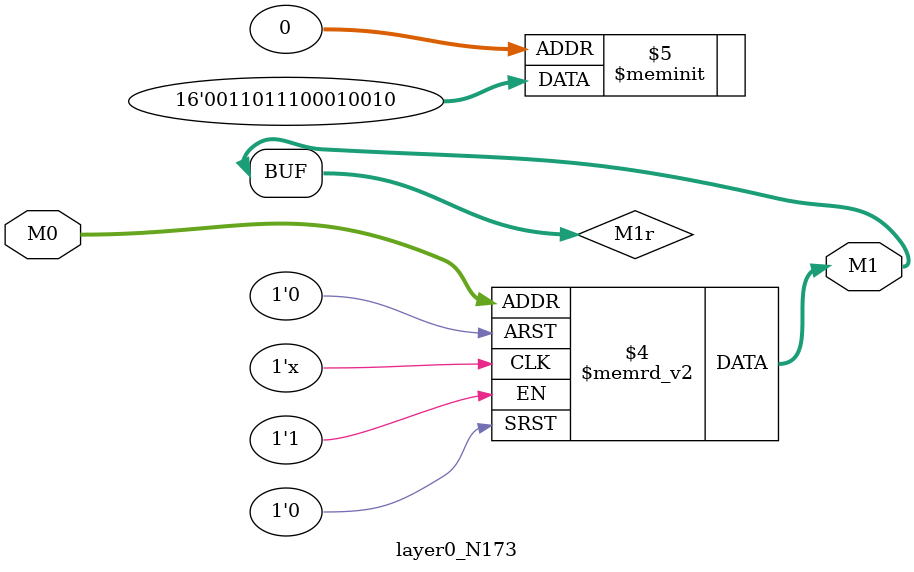
<source format=v>
module layer0_N173 ( input [2:0] M0, output [1:0] M1 );

	(*rom_style = "distributed" *) reg [1:0] M1r;
	assign M1 = M1r;
	always @ (M0) begin
		case (M0)
			3'b000: M1r = 2'b10;
			3'b100: M1r = 2'b11;
			3'b010: M1r = 2'b01;
			3'b110: M1r = 2'b11;
			3'b001: M1r = 2'b00;
			3'b101: M1r = 2'b01;
			3'b011: M1r = 2'b00;
			3'b111: M1r = 2'b00;

		endcase
	end
endmodule

</source>
